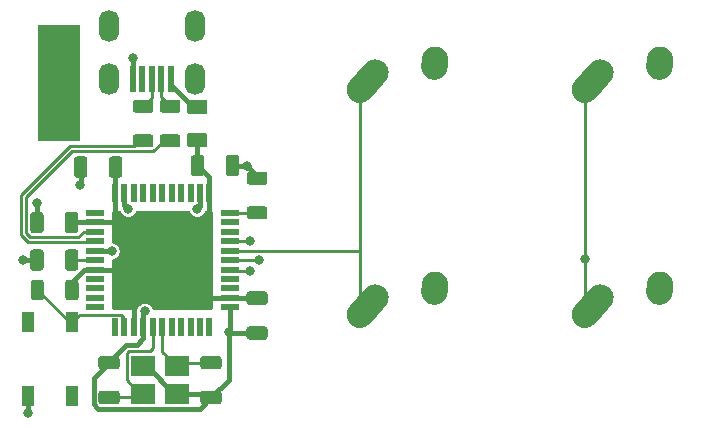
<source format=gtl>
G04 #@! TF.GenerationSoftware,KiCad,Pcbnew,(5.1.7)-1*
G04 #@! TF.CreationDate,2020-11-03T00:38:03-05:00*
G04 #@! TF.ProjectId,keyboard_test,6b657962-6f61-4726-945f-746573742e6b,rev?*
G04 #@! TF.SameCoordinates,Original*
G04 #@! TF.FileFunction,Copper,L1,Top*
G04 #@! TF.FilePolarity,Positive*
%FSLAX46Y46*%
G04 Gerber Fmt 4.6, Leading zero omitted, Abs format (unit mm)*
G04 Created by KiCad (PCBNEW (5.1.7)-1) date 2020-11-03 00:38:03*
%MOMM*%
%LPD*%
G01*
G04 APERTURE LIST*
G04 #@! TA.AperFunction,NonConductor*
%ADD10C,0.100000*%
G04 #@! TD*
G04 #@! TA.AperFunction,SMDPad,CuDef*
%ADD11R,2.100000X1.800000*%
G04 #@! TD*
G04 #@! TA.AperFunction,ComponentPad*
%ADD12O,1.700000X2.700000*%
G04 #@! TD*
G04 #@! TA.AperFunction,SMDPad,CuDef*
%ADD13R,0.500000X2.250000*%
G04 #@! TD*
G04 #@! TA.AperFunction,SMDPad,CuDef*
%ADD14R,0.550000X1.500000*%
G04 #@! TD*
G04 #@! TA.AperFunction,SMDPad,CuDef*
%ADD15R,1.500000X0.550000*%
G04 #@! TD*
G04 #@! TA.AperFunction,SMDPad,CuDef*
%ADD16R,1.100000X1.800000*%
G04 #@! TD*
G04 #@! TA.AperFunction,ComponentPad*
%ADD17C,2.250000*%
G04 #@! TD*
G04 #@! TA.AperFunction,ViaPad*
%ADD18C,0.800000*%
G04 #@! TD*
G04 #@! TA.AperFunction,Conductor*
%ADD19C,0.381000*%
G04 #@! TD*
G04 #@! TA.AperFunction,Conductor*
%ADD20C,0.254000*%
G04 #@! TD*
G04 #@! TA.AperFunction,Conductor*
%ADD21C,0.100000*%
G04 #@! TD*
G04 APERTURE END LIST*
D10*
G36*
X27940000Y-57277000D02*
G01*
X24511000Y-57277000D01*
X24511000Y-47498000D01*
X27940000Y-47498000D01*
X27940000Y-57277000D01*
G37*
X27940000Y-57277000D02*
X24511000Y-57277000D01*
X24511000Y-47498000D01*
X27940000Y-47498000D01*
X27940000Y-57277000D01*
D11*
X36279750Y-78747000D03*
X33379750Y-78747000D03*
X33379750Y-76447000D03*
X36279750Y-76447000D03*
D12*
X37781250Y-47625000D03*
X30481250Y-47625000D03*
X30481250Y-52125000D03*
X37781250Y-52125000D03*
D13*
X35731250Y-52125000D03*
X34931250Y-52125000D03*
X34131250Y-52125000D03*
X33331250Y-52125000D03*
X32531250Y-52125000D03*
D14*
X31020250Y-61737000D03*
X31820250Y-61737000D03*
X32620250Y-61737000D03*
X33420250Y-61737000D03*
X34220250Y-61737000D03*
X35020250Y-61737000D03*
X35820250Y-61737000D03*
X36620250Y-61737000D03*
X37420250Y-61737000D03*
X38220250Y-61737000D03*
X39020250Y-61737000D03*
D15*
X40720250Y-63437000D03*
X40720250Y-64237000D03*
X40720250Y-65037000D03*
X40720250Y-65837000D03*
X40720250Y-66637000D03*
X40720250Y-67437000D03*
X40720250Y-68237000D03*
X40720250Y-69037000D03*
X40720250Y-69837000D03*
X40720250Y-70637000D03*
X40720250Y-71437000D03*
D14*
X39020250Y-73137000D03*
X38220250Y-73137000D03*
X37420250Y-73137000D03*
X36620250Y-73137000D03*
X35820250Y-73137000D03*
X35020250Y-73137000D03*
X34220250Y-73137000D03*
X33420250Y-73137000D03*
X32620250Y-73137000D03*
X31820250Y-73137000D03*
X31020250Y-73137000D03*
D15*
X29320250Y-71437000D03*
X29320250Y-70637000D03*
X29320250Y-69837000D03*
X29320250Y-69037000D03*
X29320250Y-68237000D03*
X29320250Y-67437000D03*
X29320250Y-66637000D03*
X29320250Y-65837000D03*
X29320250Y-65037000D03*
X29320250Y-64237000D03*
X29320250Y-63437000D03*
D16*
X23677000Y-72719000D03*
X27377000Y-78919000D03*
X27377000Y-72719000D03*
X23677000Y-78919000D03*
G04 #@! TA.AperFunction,SMDPad,CuDef*
G36*
G01*
X43678002Y-61076000D02*
X42427998Y-61076000D01*
G75*
G02*
X42178000Y-60826002I0J249998D01*
G01*
X42178000Y-60200998D01*
G75*
G02*
X42427998Y-59951000I249998J0D01*
G01*
X43678002Y-59951000D01*
G75*
G02*
X43928000Y-60200998I0J-249998D01*
G01*
X43928000Y-60826002D01*
G75*
G02*
X43678002Y-61076000I-249998J0D01*
G01*
G37*
G04 #@! TD.AperFunction*
G04 #@! TA.AperFunction,SMDPad,CuDef*
G36*
G01*
X43678002Y-64001000D02*
X42427998Y-64001000D01*
G75*
G02*
X42178000Y-63751002I0J249998D01*
G01*
X42178000Y-63125998D01*
G75*
G02*
X42427998Y-62876000I249998J0D01*
G01*
X43678002Y-62876000D01*
G75*
G02*
X43928000Y-63125998I0J-249998D01*
G01*
X43928000Y-63751002D01*
G75*
G02*
X43678002Y-64001000I-249998J0D01*
G01*
G37*
G04 #@! TD.AperFunction*
G04 #@! TA.AperFunction,SMDPad,CuDef*
G36*
G01*
X35061998Y-56780000D02*
X36312002Y-56780000D01*
G75*
G02*
X36562000Y-57029998I0J-249998D01*
G01*
X36562000Y-57655002D01*
G75*
G02*
X36312002Y-57905000I-249998J0D01*
G01*
X35061998Y-57905000D01*
G75*
G02*
X34812000Y-57655002I0J249998D01*
G01*
X34812000Y-57029998D01*
G75*
G02*
X35061998Y-56780000I249998J0D01*
G01*
G37*
G04 #@! TD.AperFunction*
G04 #@! TA.AperFunction,SMDPad,CuDef*
G36*
G01*
X35061998Y-53855000D02*
X36312002Y-53855000D01*
G75*
G02*
X36562000Y-54104998I0J-249998D01*
G01*
X36562000Y-54730002D01*
G75*
G02*
X36312002Y-54980000I-249998J0D01*
G01*
X35061998Y-54980000D01*
G75*
G02*
X34812000Y-54730002I0J249998D01*
G01*
X34812000Y-54104998D01*
G75*
G02*
X35061998Y-53855000I249998J0D01*
G01*
G37*
G04 #@! TD.AperFunction*
G04 #@! TA.AperFunction,SMDPad,CuDef*
G36*
G01*
X34026002Y-54980000D02*
X32775998Y-54980000D01*
G75*
G02*
X32526000Y-54730002I0J249998D01*
G01*
X32526000Y-54104998D01*
G75*
G02*
X32775998Y-53855000I249998J0D01*
G01*
X34026002Y-53855000D01*
G75*
G02*
X34276000Y-54104998I0J-249998D01*
G01*
X34276000Y-54730002D01*
G75*
G02*
X34026002Y-54980000I-249998J0D01*
G01*
G37*
G04 #@! TD.AperFunction*
G04 #@! TA.AperFunction,SMDPad,CuDef*
G36*
G01*
X34026002Y-57905000D02*
X32775998Y-57905000D01*
G75*
G02*
X32526000Y-57655002I0J249998D01*
G01*
X32526000Y-57029998D01*
G75*
G02*
X32775998Y-56780000I249998J0D01*
G01*
X34026002Y-56780000D01*
G75*
G02*
X34276000Y-57029998I0J-249998D01*
G01*
X34276000Y-57655002D01*
G75*
G02*
X34026002Y-57905000I-249998J0D01*
G01*
G37*
G04 #@! TD.AperFunction*
G04 #@! TA.AperFunction,SMDPad,CuDef*
G36*
G01*
X26808000Y-70602002D02*
X26808000Y-69351998D01*
G75*
G02*
X27057998Y-69102000I249998J0D01*
G01*
X27683002Y-69102000D01*
G75*
G02*
X27933000Y-69351998I0J-249998D01*
G01*
X27933000Y-70602002D01*
G75*
G02*
X27683002Y-70852000I-249998J0D01*
G01*
X27057998Y-70852000D01*
G75*
G02*
X26808000Y-70602002I0J249998D01*
G01*
G37*
G04 #@! TD.AperFunction*
G04 #@! TA.AperFunction,SMDPad,CuDef*
G36*
G01*
X23883000Y-70602002D02*
X23883000Y-69351998D01*
G75*
G02*
X24132998Y-69102000I249998J0D01*
G01*
X24758002Y-69102000D01*
G75*
G02*
X25008000Y-69351998I0J-249998D01*
G01*
X25008000Y-70602002D01*
G75*
G02*
X24758002Y-70852000I-249998J0D01*
G01*
X24132998Y-70852000D01*
G75*
G02*
X23883000Y-70602002I0J249998D01*
G01*
G37*
G04 #@! TD.AperFunction*
D17*
X72112500Y-70612500D03*
G04 #@! TA.AperFunction,ComponentPad*
G36*
G01*
X70051188Y-72909850D02*
X70051183Y-72909845D01*
G75*
G02*
X69965155Y-71321183I751317J837345D01*
G01*
X71275157Y-69861183D01*
G75*
G02*
X72863819Y-69775155I837345J-751317D01*
G01*
X72863819Y-69775155D01*
G75*
G02*
X72949847Y-71363817I-751317J-837345D01*
G01*
X71639845Y-72823817D01*
G75*
G02*
X70051183Y-72909845I-837345J751317D01*
G01*
G37*
G04 #@! TD.AperFunction*
X77152500Y-69532500D03*
G04 #@! TA.AperFunction,ComponentPad*
G36*
G01*
X77035983Y-71234895D02*
X77035097Y-71234834D01*
G75*
G02*
X75990166Y-70035097I77403J1122334D01*
G01*
X76030166Y-69455097D01*
G75*
G02*
X77229903Y-68410166I1122334J-77403D01*
G01*
X77229903Y-68410166D01*
G75*
G02*
X78274834Y-69609903I-77403J-1122334D01*
G01*
X78234834Y-70189903D01*
G75*
G02*
X77035097Y-71234834I-1122334J77403D01*
G01*
G37*
G04 #@! TD.AperFunction*
X53062500Y-70612500D03*
G04 #@! TA.AperFunction,ComponentPad*
G36*
G01*
X51001188Y-72909850D02*
X51001183Y-72909845D01*
G75*
G02*
X50915155Y-71321183I751317J837345D01*
G01*
X52225157Y-69861183D01*
G75*
G02*
X53813819Y-69775155I837345J-751317D01*
G01*
X53813819Y-69775155D01*
G75*
G02*
X53899847Y-71363817I-751317J-837345D01*
G01*
X52589845Y-72823817D01*
G75*
G02*
X51001183Y-72909845I-837345J751317D01*
G01*
G37*
G04 #@! TD.AperFunction*
X58102500Y-69532500D03*
G04 #@! TA.AperFunction,ComponentPad*
G36*
G01*
X57985983Y-71234895D02*
X57985097Y-71234834D01*
G75*
G02*
X56940166Y-70035097I77403J1122334D01*
G01*
X56980166Y-69455097D01*
G75*
G02*
X58179903Y-68410166I1122334J-77403D01*
G01*
X58179903Y-68410166D01*
G75*
G02*
X59224834Y-69609903I-77403J-1122334D01*
G01*
X59184834Y-70189903D01*
G75*
G02*
X57985097Y-71234834I-1122334J77403D01*
G01*
G37*
G04 #@! TD.AperFunction*
X72112500Y-51562500D03*
G04 #@! TA.AperFunction,ComponentPad*
G36*
G01*
X70051188Y-53859850D02*
X70051183Y-53859845D01*
G75*
G02*
X69965155Y-52271183I751317J837345D01*
G01*
X71275157Y-50811183D01*
G75*
G02*
X72863819Y-50725155I837345J-751317D01*
G01*
X72863819Y-50725155D01*
G75*
G02*
X72949847Y-52313817I-751317J-837345D01*
G01*
X71639845Y-53773817D01*
G75*
G02*
X70051183Y-53859845I-837345J751317D01*
G01*
G37*
G04 #@! TD.AperFunction*
X77152500Y-50482500D03*
G04 #@! TA.AperFunction,ComponentPad*
G36*
G01*
X77035983Y-52184895D02*
X77035097Y-52184834D01*
G75*
G02*
X75990166Y-50985097I77403J1122334D01*
G01*
X76030166Y-50405097D01*
G75*
G02*
X77229903Y-49360166I1122334J-77403D01*
G01*
X77229903Y-49360166D01*
G75*
G02*
X78274834Y-50559903I-77403J-1122334D01*
G01*
X78234834Y-51139903D01*
G75*
G02*
X77035097Y-52184834I-1122334J77403D01*
G01*
G37*
G04 #@! TD.AperFunction*
X53062500Y-51562500D03*
G04 #@! TA.AperFunction,ComponentPad*
G36*
G01*
X51001188Y-53859850D02*
X51001183Y-53859845D01*
G75*
G02*
X50915155Y-52271183I751317J837345D01*
G01*
X52225157Y-50811183D01*
G75*
G02*
X53813819Y-50725155I837345J-751317D01*
G01*
X53813819Y-50725155D01*
G75*
G02*
X53899847Y-52313817I-751317J-837345D01*
G01*
X52589845Y-53773817D01*
G75*
G02*
X51001183Y-53859845I-837345J751317D01*
G01*
G37*
G04 #@! TD.AperFunction*
X58102500Y-50482500D03*
G04 #@! TA.AperFunction,ComponentPad*
G36*
G01*
X57985983Y-52184895D02*
X57985097Y-52184834D01*
G75*
G02*
X56940166Y-50985097I77403J1122334D01*
G01*
X56980166Y-50405097D01*
G75*
G02*
X58179903Y-49360166I1122334J-77403D01*
G01*
X58179903Y-49360166D01*
G75*
G02*
X59224834Y-50559903I-77403J-1122334D01*
G01*
X59184834Y-51139903D01*
G75*
G02*
X57985097Y-52184834I-1122334J77403D01*
G01*
G37*
G04 #@! TD.AperFunction*
G04 #@! TA.AperFunction,SMDPad,CuDef*
G36*
G01*
X38598000Y-55105000D02*
X37348000Y-55105000D01*
G75*
G02*
X37098000Y-54855000I0J250000D01*
G01*
X37098000Y-54105000D01*
G75*
G02*
X37348000Y-53855000I250000J0D01*
G01*
X38598000Y-53855000D01*
G75*
G02*
X38848000Y-54105000I0J-250000D01*
G01*
X38848000Y-54855000D01*
G75*
G02*
X38598000Y-55105000I-250000J0D01*
G01*
G37*
G04 #@! TD.AperFunction*
G04 #@! TA.AperFunction,SMDPad,CuDef*
G36*
G01*
X38598000Y-57905000D02*
X37348000Y-57905000D01*
G75*
G02*
X37098000Y-57655000I0J250000D01*
G01*
X37098000Y-56905000D01*
G75*
G02*
X37348000Y-56655000I250000J0D01*
G01*
X38598000Y-56655000D01*
G75*
G02*
X38848000Y-56905000I0J-250000D01*
G01*
X38848000Y-57655000D01*
G75*
G02*
X38598000Y-57905000I-250000J0D01*
G01*
G37*
G04 #@! TD.AperFunction*
G04 #@! TA.AperFunction,SMDPad,CuDef*
G36*
G01*
X24976250Y-66786999D02*
X24976250Y-68087001D01*
G75*
G02*
X24726251Y-68337000I-249999J0D01*
G01*
X24076249Y-68337000D01*
G75*
G02*
X23826250Y-68087001I0J249999D01*
G01*
X23826250Y-66786999D01*
G75*
G02*
X24076249Y-66537000I249999J0D01*
G01*
X24726251Y-66537000D01*
G75*
G02*
X24976250Y-66786999I0J-249999D01*
G01*
G37*
G04 #@! TD.AperFunction*
G04 #@! TA.AperFunction,SMDPad,CuDef*
G36*
G01*
X27926250Y-66786999D02*
X27926250Y-68087001D01*
G75*
G02*
X27676251Y-68337000I-249999J0D01*
G01*
X27026249Y-68337000D01*
G75*
G02*
X26776250Y-68087001I0J249999D01*
G01*
X26776250Y-66786999D01*
G75*
G02*
X27026249Y-66537000I249999J0D01*
G01*
X27676251Y-66537000D01*
G75*
G02*
X27926250Y-66786999I0J-249999D01*
G01*
G37*
G04 #@! TD.AperFunction*
G04 #@! TA.AperFunction,SMDPad,CuDef*
G36*
G01*
X31161751Y-76697000D02*
X29861749Y-76697000D01*
G75*
G02*
X29611750Y-76447001I0J249999D01*
G01*
X29611750Y-75796999D01*
G75*
G02*
X29861749Y-75547000I249999J0D01*
G01*
X31161751Y-75547000D01*
G75*
G02*
X31411750Y-75796999I0J-249999D01*
G01*
X31411750Y-76447001D01*
G75*
G02*
X31161751Y-76697000I-249999J0D01*
G01*
G37*
G04 #@! TD.AperFunction*
G04 #@! TA.AperFunction,SMDPad,CuDef*
G36*
G01*
X31161751Y-79647000D02*
X29861749Y-79647000D01*
G75*
G02*
X29611750Y-79397001I0J249999D01*
G01*
X29611750Y-78746999D01*
G75*
G02*
X29861749Y-78497000I249999J0D01*
G01*
X31161751Y-78497000D01*
G75*
G02*
X31411750Y-78746999I0J-249999D01*
G01*
X31411750Y-79397001D01*
G75*
G02*
X31161751Y-79647000I-249999J0D01*
G01*
G37*
G04 #@! TD.AperFunction*
G04 #@! TA.AperFunction,SMDPad,CuDef*
G36*
G01*
X38497749Y-78497000D02*
X39797751Y-78497000D01*
G75*
G02*
X40047750Y-78746999I0J-249999D01*
G01*
X40047750Y-79397001D01*
G75*
G02*
X39797751Y-79647000I-249999J0D01*
G01*
X38497749Y-79647000D01*
G75*
G02*
X38247750Y-79397001I0J249999D01*
G01*
X38247750Y-78746999D01*
G75*
G02*
X38497749Y-78497000I249999J0D01*
G01*
G37*
G04 #@! TD.AperFunction*
G04 #@! TA.AperFunction,SMDPad,CuDef*
G36*
G01*
X38497749Y-75547000D02*
X39797751Y-75547000D01*
G75*
G02*
X40047750Y-75796999I0J-249999D01*
G01*
X40047750Y-76447001D01*
G75*
G02*
X39797751Y-76697000I-249999J0D01*
G01*
X38497749Y-76697000D01*
G75*
G02*
X38247750Y-76447001I0J249999D01*
G01*
X38247750Y-75796999D01*
G75*
G02*
X38497749Y-75547000I249999J0D01*
G01*
G37*
G04 #@! TD.AperFunction*
G04 #@! TA.AperFunction,SMDPad,CuDef*
G36*
G01*
X28691000Y-58912999D02*
X28691000Y-60213001D01*
G75*
G02*
X28441001Y-60463000I-249999J0D01*
G01*
X27790999Y-60463000D01*
G75*
G02*
X27541000Y-60213001I0J249999D01*
G01*
X27541000Y-58912999D01*
G75*
G02*
X27790999Y-58663000I249999J0D01*
G01*
X28441001Y-58663000D01*
G75*
G02*
X28691000Y-58912999I0J-249999D01*
G01*
G37*
G04 #@! TD.AperFunction*
G04 #@! TA.AperFunction,SMDPad,CuDef*
G36*
G01*
X31641000Y-58912999D02*
X31641000Y-60213001D01*
G75*
G02*
X31391001Y-60463000I-249999J0D01*
G01*
X30740999Y-60463000D01*
G75*
G02*
X30491000Y-60213001I0J249999D01*
G01*
X30491000Y-58912999D01*
G75*
G02*
X30740999Y-58663000I249999J0D01*
G01*
X31391001Y-58663000D01*
G75*
G02*
X31641000Y-58912999I0J-249999D01*
G01*
G37*
G04 #@! TD.AperFunction*
G04 #@! TA.AperFunction,SMDPad,CuDef*
G36*
G01*
X42402999Y-73036000D02*
X43703001Y-73036000D01*
G75*
G02*
X43953000Y-73285999I0J-249999D01*
G01*
X43953000Y-73936001D01*
G75*
G02*
X43703001Y-74186000I-249999J0D01*
G01*
X42402999Y-74186000D01*
G75*
G02*
X42153000Y-73936001I0J249999D01*
G01*
X42153000Y-73285999D01*
G75*
G02*
X42402999Y-73036000I249999J0D01*
G01*
G37*
G04 #@! TD.AperFunction*
G04 #@! TA.AperFunction,SMDPad,CuDef*
G36*
G01*
X42402999Y-70086000D02*
X43703001Y-70086000D01*
G75*
G02*
X43953000Y-70335999I0J-249999D01*
G01*
X43953000Y-70986001D01*
G75*
G02*
X43703001Y-71236000I-249999J0D01*
G01*
X42402999Y-71236000D01*
G75*
G02*
X42153000Y-70986001I0J249999D01*
G01*
X42153000Y-70335999D01*
G75*
G02*
X42402999Y-70086000I249999J0D01*
G01*
G37*
G04 #@! TD.AperFunction*
G04 #@! TA.AperFunction,SMDPad,CuDef*
G36*
G01*
X24976250Y-63611999D02*
X24976250Y-64912001D01*
G75*
G02*
X24726251Y-65162000I-249999J0D01*
G01*
X24076249Y-65162000D01*
G75*
G02*
X23826250Y-64912001I0J249999D01*
G01*
X23826250Y-63611999D01*
G75*
G02*
X24076249Y-63362000I249999J0D01*
G01*
X24726251Y-63362000D01*
G75*
G02*
X24976250Y-63611999I0J-249999D01*
G01*
G37*
G04 #@! TD.AperFunction*
G04 #@! TA.AperFunction,SMDPad,CuDef*
G36*
G01*
X27926250Y-63611999D02*
X27926250Y-64912001D01*
G75*
G02*
X27676251Y-65162000I-249999J0D01*
G01*
X27026249Y-65162000D01*
G75*
G02*
X26776250Y-64912001I0J249999D01*
G01*
X26776250Y-63611999D01*
G75*
G02*
X27026249Y-63362000I249999J0D01*
G01*
X27676251Y-63362000D01*
G75*
G02*
X27926250Y-63611999I0J-249999D01*
G01*
G37*
G04 #@! TD.AperFunction*
G04 #@! TA.AperFunction,SMDPad,CuDef*
G36*
G01*
X40397000Y-60086001D02*
X40397000Y-58785999D01*
G75*
G02*
X40646999Y-58536000I249999J0D01*
G01*
X41297001Y-58536000D01*
G75*
G02*
X41547000Y-58785999I0J-249999D01*
G01*
X41547000Y-60086001D01*
G75*
G02*
X41297001Y-60336000I-249999J0D01*
G01*
X40646999Y-60336000D01*
G75*
G02*
X40397000Y-60086001I0J249999D01*
G01*
G37*
G04 #@! TD.AperFunction*
G04 #@! TA.AperFunction,SMDPad,CuDef*
G36*
G01*
X37447000Y-60086001D02*
X37447000Y-58785999D01*
G75*
G02*
X37696999Y-58536000I249999J0D01*
G01*
X38347001Y-58536000D01*
G75*
G02*
X38597000Y-58785999I0J-249999D01*
G01*
X38597000Y-60086001D01*
G75*
G02*
X38347001Y-60336000I-249999J0D01*
G01*
X37696999Y-60336000D01*
G75*
G02*
X37447000Y-60086001I0J249999D01*
G01*
G37*
G04 #@! TD.AperFunction*
D18*
X24384000Y-62611000D03*
X28067000Y-61087000D03*
X32512000Y-50292000D03*
X37973000Y-63119000D03*
X32131000Y-63119000D03*
X42164000Y-59436000D03*
X40640000Y-73533000D03*
X23622000Y-80391000D03*
X30734000Y-66675000D03*
X33528000Y-71755000D03*
X23241000Y-67437000D03*
X42418000Y-65786000D03*
X42418000Y-68326000D03*
X43180000Y-67437000D03*
X70802500Y-67373500D03*
D19*
X24401250Y-62628250D02*
X24384000Y-62611000D01*
X24401250Y-64262000D02*
X24401250Y-62628250D01*
X28116000Y-61038000D02*
X28067000Y-61087000D01*
X28116000Y-59563000D02*
X28116000Y-61038000D01*
X32531250Y-50311250D02*
X32512000Y-50292000D01*
X32531250Y-52125000D02*
X32531250Y-50311250D01*
X38220250Y-62871750D02*
X37973000Y-63119000D01*
X38220250Y-61737000D02*
X38220250Y-62871750D01*
X31820250Y-62808250D02*
X32131000Y-63119000D01*
X31820250Y-61737000D02*
X31820250Y-62808250D01*
X40972000Y-59436000D02*
X42164000Y-59436000D01*
X43053000Y-60325000D02*
X42164000Y-59436000D01*
X43053000Y-60513500D02*
X43053000Y-60325000D01*
X40720250Y-73452750D02*
X40640000Y-73533000D01*
X40720250Y-71437000D02*
X40720250Y-73452750D01*
X40718000Y-73611000D02*
X40640000Y-73533000D01*
X43053000Y-73611000D02*
X40718000Y-73611000D01*
X23677000Y-80336000D02*
X23622000Y-80391000D01*
X23677000Y-78919000D02*
X23677000Y-80336000D01*
X30696000Y-66637000D02*
X30734000Y-66675000D01*
X29320250Y-66637000D02*
X30696000Y-66637000D01*
X33420250Y-71862750D02*
X33528000Y-71755000D01*
X33420250Y-73137000D02*
X33420250Y-71862750D01*
X24401250Y-67437000D02*
X23241000Y-67437000D01*
D20*
X36041148Y-78747000D02*
X36279750Y-78747000D01*
X38822750Y-78747000D02*
X39147750Y-79072000D01*
D19*
X36279750Y-78747000D02*
X38822750Y-78747000D01*
X33732652Y-76447000D02*
X33379750Y-76447000D01*
X36032652Y-78747000D02*
X33732652Y-76447000D01*
X36279750Y-78747000D02*
X36032652Y-78747000D01*
X38182240Y-80037510D02*
X39147750Y-79072000D01*
X29596440Y-80037510D02*
X38182240Y-80037510D01*
X29221240Y-79662310D02*
X29596440Y-80037510D01*
X29221240Y-77412510D02*
X29221240Y-79662310D01*
X30511750Y-76122000D02*
X29221240Y-77412510D01*
X40640000Y-76690750D02*
X40640000Y-73533000D01*
X39147750Y-79072000D02*
X40640000Y-77579750D01*
X31970788Y-74585491D02*
X30511750Y-76044529D01*
X32899661Y-74585491D02*
X31970788Y-74585491D01*
X30511750Y-76044529D02*
X30511750Y-76122000D01*
X33420250Y-74064902D02*
X32899661Y-74585491D01*
X33420250Y-73137000D02*
X33420250Y-74064902D01*
X40640000Y-77579750D02*
X40640000Y-76690750D01*
X37973000Y-59387000D02*
X38022000Y-59436000D01*
X37973000Y-57280000D02*
X37973000Y-59387000D01*
X39020250Y-60434250D02*
X39020250Y-61737000D01*
X38022000Y-59436000D02*
X39020250Y-60434250D01*
X31020250Y-59608750D02*
X31066000Y-59563000D01*
X31020250Y-61737000D02*
X31020250Y-59608750D01*
X27376250Y-64237000D02*
X27351250Y-64262000D01*
X29320250Y-64237000D02*
X27376250Y-64237000D01*
X28432070Y-68237000D02*
X27370500Y-69298570D01*
X27370500Y-69298570D02*
X27370500Y-69977000D01*
X29320250Y-68237000D02*
X28432070Y-68237000D01*
X43029000Y-70637000D02*
X43053000Y-70661000D01*
X40720250Y-70637000D02*
X43029000Y-70637000D01*
X30886000Y-64237000D02*
X29320250Y-64237000D01*
X32423000Y-68237000D02*
X32620250Y-68434250D01*
X40720250Y-70637000D02*
X39268000Y-70637000D01*
X39268000Y-70637000D02*
X39020250Y-70389250D01*
X38970250Y-69233750D02*
X39020250Y-69183750D01*
X32620250Y-69233750D02*
X38970250Y-69233750D01*
X39020250Y-69183750D02*
X39020250Y-61737000D01*
X39020250Y-70389250D02*
X39020250Y-69183750D01*
X32620250Y-68434250D02*
X32620250Y-69233750D01*
X32620250Y-69233750D02*
X32620250Y-73137000D01*
X31020250Y-68180250D02*
X31077000Y-68237000D01*
X29320250Y-68237000D02*
X31077000Y-68237000D01*
X31077000Y-68237000D02*
X32423000Y-68237000D01*
X31020250Y-63659250D02*
X31020250Y-64102750D01*
X31020250Y-64102750D02*
X30886000Y-64237000D01*
X31020250Y-61737000D02*
X31020250Y-63659250D01*
X39147750Y-76122000D02*
X39147750Y-75914250D01*
D20*
X35020250Y-73137000D02*
X34902749Y-73254501D01*
X36604750Y-76122000D02*
X36279750Y-76447000D01*
X39147750Y-76122000D02*
X36604750Y-76122000D01*
X35020250Y-75187500D02*
X36279750Y-76447000D01*
X35020250Y-73137000D02*
X35020250Y-75187500D01*
D19*
X33054750Y-79072000D02*
X33379750Y-78747000D01*
D20*
X30511750Y-79072000D02*
X33054750Y-79072000D01*
X33141148Y-78747000D02*
X33379750Y-78747000D01*
X32002749Y-77608601D02*
X33141148Y-78747000D01*
X32002749Y-75285399D02*
X32002749Y-77608601D01*
X32185147Y-75103001D02*
X32002749Y-75285399D01*
X33956851Y-75103001D02*
X32185147Y-75103001D01*
X34220250Y-74839602D02*
X33956851Y-75103001D01*
X34220250Y-73137000D02*
X34220250Y-74839602D01*
X29320250Y-67437000D02*
X27351250Y-67437000D01*
X42367000Y-65837000D02*
X42418000Y-65786000D01*
X40720250Y-65837000D02*
X42367000Y-65837000D01*
X40809250Y-68326000D02*
X40720250Y-68237000D01*
X42418000Y-68326000D02*
X40809250Y-68326000D01*
D19*
X35731250Y-52618430D02*
X35731250Y-52125000D01*
X37592820Y-54480000D02*
X35731250Y-52618430D01*
X37973000Y-54480000D02*
X37592820Y-54480000D01*
D20*
X51727000Y-66637000D02*
X51752500Y-66611500D01*
X40720250Y-66637000D02*
X51727000Y-66637000D01*
X51752500Y-66611500D02*
X51752500Y-72072500D01*
X51752500Y-53022500D02*
X51752500Y-66611500D01*
X40720250Y-67437000D02*
X43180000Y-67437000D01*
X70802500Y-67373500D02*
X70802500Y-72072500D01*
X70802500Y-53022500D02*
X70802500Y-67373500D01*
X34131250Y-53687250D02*
X33401000Y-54417500D01*
X34131250Y-52125000D02*
X34131250Y-53687250D01*
X33081500Y-57342500D02*
X32646000Y-57778000D01*
X33401000Y-57342500D02*
X33081500Y-57342500D01*
X27182953Y-57778000D02*
X26917000Y-58043954D01*
X32646000Y-57778000D02*
X27182953Y-57778000D01*
X29214230Y-65943020D02*
X29320250Y-65837000D01*
X23649185Y-65943020D02*
X29214230Y-65943020D01*
X23045230Y-65339065D02*
X23649185Y-65943020D01*
X23045230Y-61915723D02*
X23045230Y-65339065D01*
X26917000Y-58043954D02*
X23045230Y-61915723D01*
X35154518Y-57342500D02*
X35687000Y-57342500D01*
X34265008Y-58232010D02*
X35154518Y-57342500D01*
X27371010Y-58232010D02*
X34265008Y-58232010D01*
X23499240Y-62103780D02*
X27371010Y-58232010D01*
X23499240Y-65151008D02*
X23499240Y-62103780D01*
X23837242Y-65489010D02*
X23499240Y-65151008D01*
X27915258Y-65489010D02*
X23837242Y-65489010D01*
X28367268Y-65037000D02*
X27915258Y-65489010D01*
X29320250Y-65037000D02*
X28367268Y-65037000D01*
X34931250Y-53661750D02*
X35687000Y-54417500D01*
X34931250Y-52125000D02*
X34931250Y-53661750D01*
X27187500Y-72719000D02*
X24445500Y-69977000D01*
X27377000Y-72719000D02*
X27187500Y-72719000D01*
X31820250Y-72323398D02*
X31820250Y-73137000D01*
X31556851Y-72059999D02*
X31820250Y-72323398D01*
X28036001Y-72059999D02*
X31556851Y-72059999D01*
X27377000Y-72719000D02*
X28036001Y-72059999D01*
X43051500Y-63437000D02*
X43053000Y-63438500D01*
X40720250Y-63437000D02*
X43051500Y-63437000D01*
X31438887Y-63488942D02*
X31524358Y-63616859D01*
X31633141Y-63725642D01*
X31761058Y-63811113D01*
X31903191Y-63869987D01*
X32054078Y-63900000D01*
X32207922Y-63900000D01*
X32358809Y-63869987D01*
X32500942Y-63811113D01*
X32628859Y-63725642D01*
X32737642Y-63616859D01*
X32823113Y-63488942D01*
X32871138Y-63373000D01*
X37232862Y-63373000D01*
X37280887Y-63488942D01*
X37366358Y-63616859D01*
X37475141Y-63725642D01*
X37603058Y-63811113D01*
X37745191Y-63869987D01*
X37896078Y-63900000D01*
X38049922Y-63900000D01*
X38200809Y-63869987D01*
X38342942Y-63811113D01*
X38470859Y-63725642D01*
X38579642Y-63616859D01*
X38665113Y-63488942D01*
X38713138Y-63373000D01*
X39116000Y-63373000D01*
X39116000Y-71501000D01*
X34268138Y-71501000D01*
X34220113Y-71385058D01*
X34134642Y-71257141D01*
X34025859Y-71148358D01*
X33897942Y-71062887D01*
X33755809Y-71004013D01*
X33604922Y-70974000D01*
X33451078Y-70974000D01*
X33300191Y-71004013D01*
X33158058Y-71062887D01*
X33030141Y-71148358D01*
X32921358Y-71257141D01*
X32835887Y-71385058D01*
X32787862Y-71501000D01*
X30861000Y-71501000D01*
X30861000Y-67446039D01*
X30961809Y-67425987D01*
X31103942Y-67367113D01*
X31231859Y-67281642D01*
X31340642Y-67172859D01*
X31426113Y-67044942D01*
X31484987Y-66902809D01*
X31515000Y-66751922D01*
X31515000Y-66598078D01*
X31484987Y-66447191D01*
X31426113Y-66305058D01*
X31340642Y-66177141D01*
X31231859Y-66068358D01*
X31103942Y-65982887D01*
X30961809Y-65924013D01*
X30861000Y-65903961D01*
X30861000Y-63373000D01*
X31390862Y-63373000D01*
X31438887Y-63488942D01*
G04 #@! TA.AperFunction,Conductor*
D21*
G36*
X31438887Y-63488942D02*
G01*
X31524358Y-63616859D01*
X31633141Y-63725642D01*
X31761058Y-63811113D01*
X31903191Y-63869987D01*
X32054078Y-63900000D01*
X32207922Y-63900000D01*
X32358809Y-63869987D01*
X32500942Y-63811113D01*
X32628859Y-63725642D01*
X32737642Y-63616859D01*
X32823113Y-63488942D01*
X32871138Y-63373000D01*
X37232862Y-63373000D01*
X37280887Y-63488942D01*
X37366358Y-63616859D01*
X37475141Y-63725642D01*
X37603058Y-63811113D01*
X37745191Y-63869987D01*
X37896078Y-63900000D01*
X38049922Y-63900000D01*
X38200809Y-63869987D01*
X38342942Y-63811113D01*
X38470859Y-63725642D01*
X38579642Y-63616859D01*
X38665113Y-63488942D01*
X38713138Y-63373000D01*
X39116000Y-63373000D01*
X39116000Y-71501000D01*
X34268138Y-71501000D01*
X34220113Y-71385058D01*
X34134642Y-71257141D01*
X34025859Y-71148358D01*
X33897942Y-71062887D01*
X33755809Y-71004013D01*
X33604922Y-70974000D01*
X33451078Y-70974000D01*
X33300191Y-71004013D01*
X33158058Y-71062887D01*
X33030141Y-71148358D01*
X32921358Y-71257141D01*
X32835887Y-71385058D01*
X32787862Y-71501000D01*
X30861000Y-71501000D01*
X30861000Y-67446039D01*
X30961809Y-67425987D01*
X31103942Y-67367113D01*
X31231859Y-67281642D01*
X31340642Y-67172859D01*
X31426113Y-67044942D01*
X31484987Y-66902809D01*
X31515000Y-66751922D01*
X31515000Y-66598078D01*
X31484987Y-66447191D01*
X31426113Y-66305058D01*
X31340642Y-66177141D01*
X31231859Y-66068358D01*
X31103942Y-65982887D01*
X30961809Y-65924013D01*
X30861000Y-65903961D01*
X30861000Y-63373000D01*
X31390862Y-63373000D01*
X31438887Y-63488942D01*
G37*
G04 #@! TD.AperFunction*
M02*

</source>
